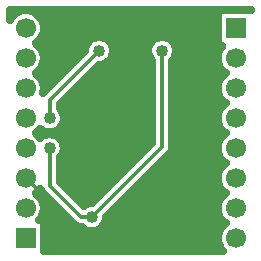
<source format=gbl>
G04 DipTrace 3.0.0.2*
G04 MSP430FR2311_breakout.gbl*
%MOIN*%
G04 #@! TF.FileFunction,Copper,L2,Bot*
G04 #@! TF.Part,Single*
G04 #@! TA.AperFunction,Conductor*
%ADD14C,0.012992*%
G04 #@! TA.AperFunction,CopperBalancing*
%ADD15C,0.025*%
G04 #@! TA.AperFunction,ComponentPad*
%ADD18R,0.066929X0.066929*%
%ADD19C,0.066929*%
G04 #@! TA.AperFunction,ViaPad*
%ADD21C,0.04*%
%FSLAX26Y26*%
G04*
G70*
G90*
G75*
G01*
G04 Bottom*
%LPD*%
X714000Y559000D2*
D14*
X679000D1*
X574000Y664000D1*
Y789000D1*
X949000Y1114000D2*
Y794000D1*
X714000Y559000D1*
X944000D2*
X799000D1*
X749000Y509000D1*
X674000D1*
X494000Y689000D1*
X574000Y889000D2*
Y949000D1*
X739000Y1114000D1*
D21*
X574000Y889000D3*
Y789000D3*
X949000Y1114000D3*
X739000D3*
X714000Y559000D3*
X634000Y474000D3*
X944000Y559000D3*
X543194Y1226631D2*
D15*
X1131554D1*
X555109Y1201762D2*
X1131554D1*
X555206Y1176894D2*
X1131554D1*
X543731Y1152025D2*
X709727D1*
X768243D2*
X919738D1*
X978253D2*
X1131554D1*
X542755Y1127156D2*
X691906D1*
X786114D2*
X901915D1*
X996125D2*
X1145226D1*
X554962Y1102287D2*
X678135D1*
X786505D2*
X901475D1*
X996514D2*
X1133018D1*
X555353Y1077419D2*
X653282D1*
X770197D2*
X913537D1*
X984503D2*
X1132677D1*
X544122Y1052550D2*
X628429D1*
X726690D2*
X913537D1*
X984503D2*
X1143907D1*
X542315Y1027681D2*
X603526D1*
X701837D2*
X913537D1*
X984503D2*
X1145665D1*
X554865Y1002812D2*
X578673D1*
X676934D2*
X913537D1*
X984503D2*
X1133165D1*
X652081Y977944D2*
X913537D1*
X984503D2*
X1132579D1*
X627227Y953075D2*
X913537D1*
X984503D2*
X1143467D1*
X609503Y928206D2*
X913537D1*
X984503D2*
X1146105D1*
X620734Y903337D2*
X913537D1*
X984503D2*
X1133262D1*
X621807Y878469D2*
X913537D1*
X984503D2*
X1132482D1*
X606671Y853600D2*
X913537D1*
X984503D2*
X1143077D1*
X600665Y828731D2*
X913537D1*
X984503D2*
X1146593D1*
X620538Y803862D2*
X909727D1*
X984503D2*
X1133409D1*
X621906Y778993D2*
X884825D1*
X980890D2*
X1132383D1*
X609503Y754125D2*
X859971D1*
X958282D2*
X1142735D1*
X609503Y729256D2*
X835118D1*
X933379D2*
X1147081D1*
X609503Y704387D2*
X810265D1*
X908526D2*
X1133555D1*
X609503Y679518D2*
X785362D1*
X883673D2*
X1132286D1*
X632501Y654650D2*
X760509D1*
X858770D2*
X1142345D1*
X540459Y629781D2*
X559093D1*
X657354D2*
X735655D1*
X833917D2*
X1147521D1*
X554327Y604912D2*
X583946D1*
X682257D2*
X704113D1*
X809063D2*
X1133702D1*
X555791Y580043D2*
X608799D1*
X784210D2*
X1132189D1*
X546026Y555175D2*
X633702D1*
X762823D2*
X1142003D1*
X556475Y530306D2*
X660215D1*
X753106D2*
X1148009D1*
X556475Y505437D2*
X1133849D1*
X556475Y480568D2*
X1132139D1*
X556475Y455699D2*
X1141613D1*
X538675Y548965D2*
X553965D1*
X554000Y446500D1*
X1151598Y446598D1*
X1145488Y453753D1*
X1140571Y461777D1*
X1136970Y470470D1*
X1134774Y479619D1*
X1134035Y489000D1*
X1134774Y498381D1*
X1136970Y507530D1*
X1140571Y516223D1*
X1145488Y524247D1*
X1151598Y531402D1*
X1158753Y537512D1*
X1160941Y538974D1*
X1155056Y543403D1*
X1148403Y550056D1*
X1142871Y557668D1*
X1138600Y566052D1*
X1135693Y575001D1*
X1134220Y584295D1*
Y593705D1*
X1135693Y602999D1*
X1138600Y611948D1*
X1142871Y620332D1*
X1148403Y627944D1*
X1155056Y634597D1*
X1160941Y638974D1*
X1155056Y643403D1*
X1148403Y650056D1*
X1142871Y657668D1*
X1138600Y666052D1*
X1135693Y675001D1*
X1134220Y684295D1*
Y693705D1*
X1135693Y702999D1*
X1138600Y711948D1*
X1142871Y720332D1*
X1148403Y727944D1*
X1155056Y734597D1*
X1160941Y738974D1*
X1155056Y743403D1*
X1148403Y750056D1*
X1142871Y757668D1*
X1138600Y766052D1*
X1135693Y775001D1*
X1134220Y784295D1*
Y793705D1*
X1135693Y802999D1*
X1138600Y811948D1*
X1142871Y820332D1*
X1148403Y827944D1*
X1155056Y834597D1*
X1160941Y838974D1*
X1155056Y843403D1*
X1148403Y850056D1*
X1142871Y857668D1*
X1138600Y866052D1*
X1135693Y875001D1*
X1134220Y884295D1*
Y893705D1*
X1135693Y902999D1*
X1138600Y911948D1*
X1142871Y920332D1*
X1148403Y927944D1*
X1155056Y934597D1*
X1160941Y938974D1*
X1155056Y943403D1*
X1148403Y950056D1*
X1142871Y957668D1*
X1138600Y966052D1*
X1135693Y975001D1*
X1134220Y984295D1*
Y993705D1*
X1135693Y1002999D1*
X1138600Y1011948D1*
X1142871Y1020332D1*
X1148403Y1027944D1*
X1155056Y1034597D1*
X1160941Y1038974D1*
X1155056Y1043403D1*
X1148403Y1050056D1*
X1142871Y1057668D1*
X1138600Y1066052D1*
X1135693Y1075001D1*
X1134220Y1084295D1*
Y1093705D1*
X1135693Y1102999D1*
X1138600Y1111948D1*
X1142871Y1120332D1*
X1148403Y1127944D1*
X1149413Y1129038D1*
X1134035Y1129035D1*
Y1248965D1*
X1246487D1*
X1246500Y1251500D1*
X441500D1*
Y1217955D1*
X445488Y1224247D1*
X451598Y1231402D1*
X458753Y1237512D1*
X466777Y1242429D1*
X475470Y1246030D1*
X484619Y1248226D1*
X494000Y1248965D1*
X503381Y1248226D1*
X512530Y1246030D1*
X521223Y1242429D1*
X529247Y1237512D1*
X536402Y1231402D1*
X542512Y1224247D1*
X547429Y1216223D1*
X551030Y1207530D1*
X553226Y1198381D1*
X553965Y1189000D1*
X553226Y1179619D1*
X551030Y1170470D1*
X547429Y1161777D1*
X542512Y1153753D1*
X536402Y1146598D1*
X529247Y1140488D1*
X527059Y1139026D1*
X532944Y1134597D1*
X539597Y1127944D1*
X545129Y1120332D1*
X549400Y1111948D1*
X552307Y1102999D1*
X553780Y1093705D1*
Y1084295D1*
X552307Y1075001D1*
X549400Y1066052D1*
X545129Y1057668D1*
X539597Y1050056D1*
X532944Y1043403D1*
X527059Y1039026D1*
X532944Y1034597D1*
X539597Y1027944D1*
X545129Y1020332D1*
X549400Y1011948D1*
X552307Y1002999D1*
X553780Y993705D1*
Y984295D1*
X552307Y975001D1*
X551894Y973533D1*
X692470Y1114133D1*
X693072Y1121274D1*
X694776Y1128369D1*
X697568Y1135110D1*
X701381Y1141332D1*
X706119Y1146881D1*
X711668Y1151619D1*
X717890Y1155432D1*
X724631Y1158224D1*
X731726Y1159928D1*
X739000Y1160500D1*
X746274Y1159928D1*
X753369Y1158224D1*
X760110Y1155432D1*
X766332Y1151619D1*
X771881Y1146881D1*
X776619Y1141332D1*
X780432Y1135110D1*
X783224Y1128369D1*
X784928Y1121274D1*
X785500Y1114000D1*
X784928Y1106726D1*
X783224Y1099631D1*
X780432Y1092890D1*
X776619Y1086668D1*
X771881Y1081119D1*
X766332Y1076381D1*
X760110Y1072568D1*
X753369Y1069776D1*
X746274Y1068072D1*
X739156Y1067507D1*
X606996Y935332D1*
Y921803D1*
X611619Y916332D1*
X615432Y910110D1*
X618224Y903369D1*
X619928Y896274D1*
X620500Y889000D1*
X619928Y881726D1*
X618224Y874631D1*
X615432Y867890D1*
X611619Y861668D1*
X606881Y856119D1*
X601332Y851381D1*
X595110Y847568D1*
X588369Y844776D1*
X581274Y843072D1*
X574000Y842500D1*
X566726Y843072D1*
X559631Y844776D1*
X552890Y847568D1*
X546668Y851381D1*
X542974Y854406D1*
X536402Y846598D1*
X529247Y840488D1*
X527059Y839026D1*
X532944Y834597D1*
X539597Y827944D1*
X542932Y823619D1*
X549703Y828648D1*
X556205Y831961D1*
X563144Y834215D1*
X570352Y835357D1*
X577648D1*
X584856Y834215D1*
X591795Y831961D1*
X598297Y828648D1*
X604199Y824358D1*
X609358Y819199D1*
X613648Y813297D1*
X616961Y806795D1*
X619215Y799856D1*
X620357Y792648D1*
Y785352D1*
X619215Y778144D1*
X616961Y771205D1*
X613648Y764703D1*
X609358Y758801D1*
X606987Y756235D1*
X606996Y677623D1*
X687482Y597182D1*
X692890Y600432D1*
X699631Y603224D1*
X706726Y604928D1*
X713844Y605493D1*
X916024Y807688D1*
X916004Y1081256D1*
X911381Y1086668D1*
X907568Y1092890D1*
X904776Y1099631D1*
X903072Y1106726D1*
X902500Y1114000D1*
X903072Y1121274D1*
X904776Y1128369D1*
X907568Y1135110D1*
X911381Y1141332D1*
X916119Y1146881D1*
X921668Y1151619D1*
X927890Y1155432D1*
X934631Y1158224D1*
X941726Y1159928D1*
X949000Y1160500D1*
X956274Y1159928D1*
X963369Y1158224D1*
X970110Y1155432D1*
X976332Y1151619D1*
X981881Y1146881D1*
X986619Y1141332D1*
X990432Y1135110D1*
X993224Y1128369D1*
X994928Y1121274D1*
X995500Y1114000D1*
X994928Y1106726D1*
X993224Y1099631D1*
X990432Y1092890D1*
X986619Y1086668D1*
X981987Y1081235D1*
X981895Y791411D1*
X980381Y783803D1*
X977134Y776760D1*
X972332Y770668D1*
X972087Y770441D1*
X760510Y558846D1*
X759928Y551726D1*
X758224Y544631D1*
X755432Y537890D1*
X751619Y531668D1*
X746881Y526119D1*
X741332Y521381D1*
X735110Y517568D1*
X728369Y514776D1*
X721274Y513072D1*
X714000Y512500D1*
X706726Y513072D1*
X699631Y514776D1*
X692890Y517568D1*
X686668Y521381D1*
X681235Y526013D1*
X673839Y526411D1*
X666373Y528516D1*
X659605Y532306D1*
X655668Y535668D1*
X548909Y642571D1*
X544600Y649020D1*
X542600Y653871D1*
X536114Y646314D1*
X530461Y641394D1*
X527091Y639007D1*
X532944Y634597D1*
X539597Y627944D1*
X545129Y620332D1*
X549400Y611948D1*
X552307Y602999D1*
X553780Y593705D1*
Y584295D1*
X552307Y575001D1*
X549400Y566052D1*
X545129Y557668D1*
X539597Y550056D1*
X538587Y548962D1*
D18*
X494000Y489000D3*
D19*
Y589000D3*
Y689000D3*
Y789000D3*
Y889000D3*
Y989000D3*
Y1089000D3*
Y1189000D3*
D18*
X1194000D3*
D19*
Y1089000D3*
Y989000D3*
Y889000D3*
Y789000D3*
Y689000D3*
Y589000D3*
Y489000D3*
M02*

</source>
